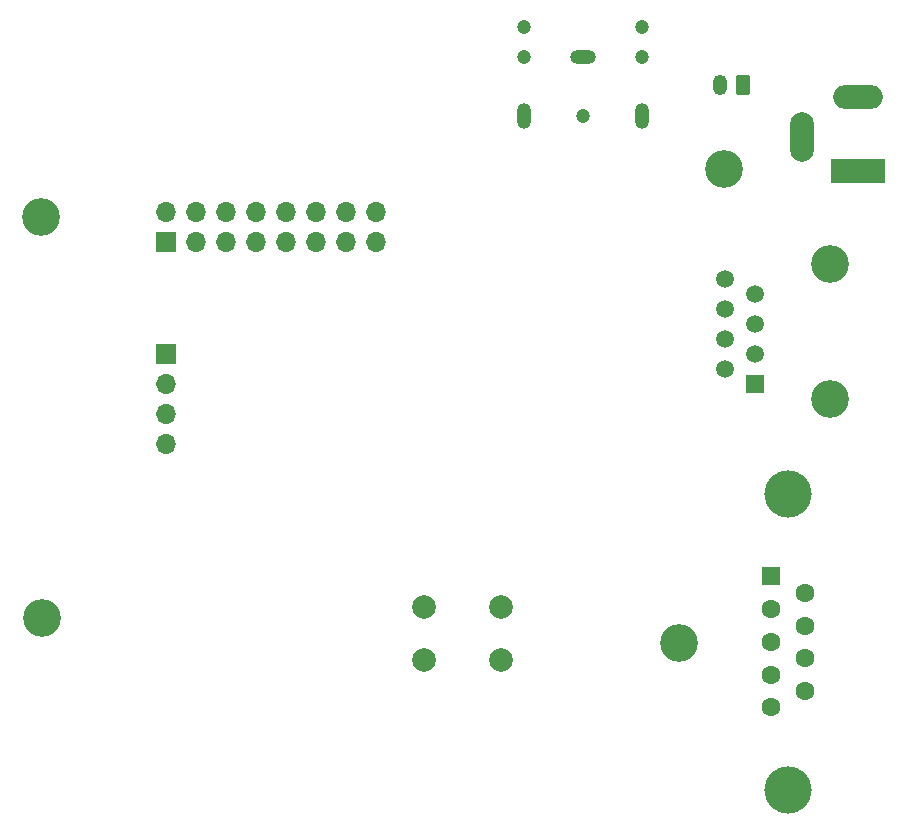
<source format=gbr>
%TF.GenerationSoftware,KiCad,Pcbnew,8.0.1*%
%TF.CreationDate,2024-05-29T14:30:23+02:00*%
%TF.ProjectId,CorntrolHub,436f726e-7472-46f6-9c48-75622e6b6963,rev?*%
%TF.SameCoordinates,Original*%
%TF.FileFunction,Soldermask,Bot*%
%TF.FilePolarity,Negative*%
%FSLAX46Y46*%
G04 Gerber Fmt 4.6, Leading zero omitted, Abs format (unit mm)*
G04 Created by KiCad (PCBNEW 8.0.1) date 2024-05-29 14:30:23*
%MOMM*%
%LPD*%
G01*
G04 APERTURE LIST*
G04 Aperture macros list*
%AMRoundRect*
0 Rectangle with rounded corners*
0 $1 Rounding radius*
0 $2 $3 $4 $5 $6 $7 $8 $9 X,Y pos of 4 corners*
0 Add a 4 corners polygon primitive as box body*
4,1,4,$2,$3,$4,$5,$6,$7,$8,$9,$2,$3,0*
0 Add four circle primitives for the rounded corners*
1,1,$1+$1,$2,$3*
1,1,$1+$1,$4,$5*
1,1,$1+$1,$6,$7*
1,1,$1+$1,$8,$9*
0 Add four rect primitives between the rounded corners*
20,1,$1+$1,$2,$3,$4,$5,0*
20,1,$1+$1,$4,$5,$6,$7,0*
20,1,$1+$1,$6,$7,$8,$9,0*
20,1,$1+$1,$8,$9,$2,$3,0*%
G04 Aperture macros list end*
%ADD10C,3.200000*%
%ADD11R,1.700000X1.700000*%
%ADD12O,1.700000X1.700000*%
%ADD13R,1.500000X1.500000*%
%ADD14C,1.500000*%
%ADD15RoundRect,0.250000X0.350000X0.625000X-0.350000X0.625000X-0.350000X-0.625000X0.350000X-0.625000X0*%
%ADD16O,1.200000X1.750000*%
%ADD17C,4.000000*%
%ADD18R,1.600000X1.600000*%
%ADD19C,1.600000*%
%ADD20C,1.200000*%
%ADD21O,1.200000X2.200000*%
%ADD22O,2.200000X1.200000*%
%ADD23C,2.000000*%
%ADD24R,4.600000X2.000000*%
%ADD25O,4.200000X2.000000*%
%ADD26O,2.000000X4.200000*%
G04 APERTURE END LIST*
D10*
%TO.C,REF\u002A\u002A*%
X163500000Y-112100000D03*
%TD*%
D11*
%TO.C,J6*%
X120060000Y-87660000D03*
D12*
X120060000Y-90200000D03*
X120060000Y-92740000D03*
X120060000Y-95280000D03*
%TD*%
D10*
%TO.C,J9*%
X176250000Y-91507500D03*
X176250000Y-80077500D03*
D13*
X169900000Y-90237500D03*
D14*
X167360000Y-88967500D03*
X169900000Y-87697500D03*
X167360000Y-86427500D03*
X169900000Y-85157500D03*
X167360000Y-83887500D03*
X169900000Y-82617500D03*
X167360000Y-81347500D03*
%TD*%
D15*
%TO.C,BT1*%
X168890331Y-64905000D03*
D16*
X166890331Y-64905000D03*
%TD*%
D17*
%TO.C,J7*%
X172680000Y-124545000D03*
X172680000Y-99545000D03*
D18*
X171260000Y-106505000D03*
D19*
X171260000Y-109275000D03*
X171260000Y-112045000D03*
X171260000Y-114815000D03*
X171260000Y-117585000D03*
X174100000Y-107890000D03*
X174100000Y-110660000D03*
X174100000Y-113430000D03*
X174100000Y-116200000D03*
%TD*%
D10*
%TO.C,REF\u002A\u002A*%
X167300000Y-72000000D03*
%TD*%
D20*
%TO.C,J10*%
X160300000Y-62500000D03*
X160300000Y-60000000D03*
X155300000Y-67500000D03*
X150300000Y-62500000D03*
X150300000Y-60000000D03*
D21*
X160300000Y-67500000D03*
D22*
X155300000Y-62500000D03*
D21*
X150300000Y-67500000D03*
%TD*%
D23*
%TO.C,SW1*%
X148350000Y-113550000D03*
X141850000Y-113550000D03*
X148350000Y-109050000D03*
X141850000Y-109050000D03*
%TD*%
D11*
%TO.C,J8*%
X120060000Y-78200000D03*
D12*
X120060000Y-75660000D03*
X122600000Y-78200000D03*
X122600000Y-75660000D03*
X125140000Y-78200000D03*
X125140000Y-75660000D03*
X127680000Y-78200000D03*
X127680000Y-75660000D03*
X130220000Y-78200000D03*
X130220000Y-75660000D03*
X132760000Y-78200000D03*
X132760000Y-75660000D03*
X135300000Y-78200000D03*
X135300000Y-75660000D03*
X137840000Y-78200000D03*
X137840000Y-75660000D03*
%TD*%
D10*
%TO.C,REF\u002A\u002A*%
X109400000Y-76100000D03*
%TD*%
%TO.C,REF\u002A\u002A*%
X109500000Y-110000000D03*
%TD*%
D24*
%TO.C,J12*%
X178640331Y-72205000D03*
D25*
X178640331Y-65905000D03*
D26*
X173840331Y-69305000D03*
%TD*%
M02*

</source>
